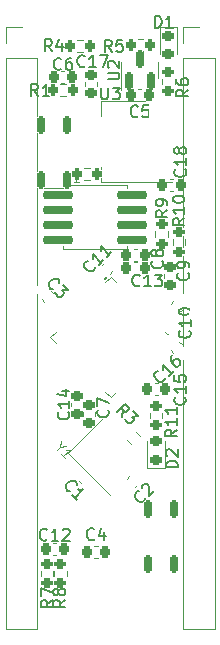
<source format=gto>
G04 #@! TF.GenerationSoftware,KiCad,Pcbnew,7.0.10*
G04 #@! TF.CreationDate,2024-01-20T01:49:08+09:00*
G04 #@! TF.ProjectId,slim,736c696d-2e6b-4696-9361-645f70636258,rev?*
G04 #@! TF.SameCoordinates,Original*
G04 #@! TF.FileFunction,Legend,Top*
G04 #@! TF.FilePolarity,Positive*
%FSLAX46Y46*%
G04 Gerber Fmt 4.6, Leading zero omitted, Abs format (unit mm)*
G04 Created by KiCad (PCBNEW 7.0.10) date 2024-01-20 01:49:08*
%MOMM*%
%LPD*%
G01*
G04 APERTURE LIST*
G04 Aperture macros list*
%AMRoundRect*
0 Rectangle with rounded corners*
0 $1 Rounding radius*
0 $2 $3 $4 $5 $6 $7 $8 $9 X,Y pos of 4 corners*
0 Add a 4 corners polygon primitive as box body*
4,1,4,$2,$3,$4,$5,$6,$7,$8,$9,$2,$3,0*
0 Add four circle primitives for the rounded corners*
1,1,$1+$1,$2,$3*
1,1,$1+$1,$4,$5*
1,1,$1+$1,$6,$7*
1,1,$1+$1,$8,$9*
0 Add four rect primitives between the rounded corners*
20,1,$1+$1,$2,$3,$4,$5,0*
20,1,$1+$1,$4,$5,$6,$7,0*
20,1,$1+$1,$6,$7,$8,$9,0*
20,1,$1+$1,$8,$9,$2,$3,0*%
%AMRotRect*
0 Rectangle, with rotation*
0 The origin of the aperture is its center*
0 $1 length*
0 $2 width*
0 $3 Rotation angle, in degrees counterclockwise*
0 Add horizontal line*
21,1,$1,$2,0,0,$3*%
G04 Aperture macros list end*
%ADD10C,0.150000*%
%ADD11C,0.120000*%
%ADD12C,0.200000*%
%ADD13RoundRect,0.200000X-0.275000X0.200000X-0.275000X-0.200000X0.275000X-0.200000X0.275000X0.200000X0*%
%ADD14O,1.700000X1.700000*%
%ADD15R,1.700000X1.700000*%
%ADD16RoundRect,0.225000X0.250000X-0.225000X0.250000X0.225000X-0.250000X0.225000X-0.250000X-0.225000X0*%
%ADD17RoundRect,0.225000X0.225000X0.250000X-0.225000X0.250000X-0.225000X-0.250000X0.225000X-0.250000X0*%
%ADD18RoundRect,0.225000X-0.250000X0.225000X-0.250000X-0.225000X0.250000X-0.225000X0.250000X0.225000X0*%
%ADD19C,1.524000*%
%ADD20R,1.524000X1.524000*%
%ADD21RoundRect,0.200000X-0.335876X-0.053033X-0.053033X-0.335876X0.335876X0.053033X0.053033X0.335876X0*%
%ADD22RoundRect,0.200000X-0.200000X-0.275000X0.200000X-0.275000X0.200000X0.275000X-0.200000X0.275000X0*%
%ADD23RoundRect,0.225000X-0.335876X-0.017678X-0.017678X-0.335876X0.335876X0.017678X0.017678X0.335876X0*%
%ADD24R,2.000000X1.500000*%
%ADD25R,2.000000X3.800000*%
%ADD26RoundRect,0.162500X0.162500X-0.612500X0.162500X0.612500X-0.162500X0.612500X-0.162500X-0.612500X0*%
%ADD27RotRect,3.200000X3.200000X315.000000*%
%ADD28RoundRect,0.100000X0.000000X0.000000X0.000000X0.000000X0.000000X0.000000X0.000000X0.000000X0*%
%ADD29RoundRect,0.100000X-0.282843X-0.282843X-0.282843X-0.282843X0.282843X0.282843X0.282843X0.282843X0*%
%ADD30RoundRect,0.100000X0.000000X0.000000X0.000000X0.000000X0.000000X0.000000X0.000000X0.000000X0*%
%ADD31RoundRect,0.100000X-0.282843X0.282843X-0.282843X0.282843X0.282843X-0.282843X0.282843X-0.282843X0*%
%ADD32RoundRect,0.100000X0.000000X0.000000X0.000000X0.000000X0.000000X0.000000X0.000000X0.000000X0*%
%ADD33RoundRect,0.100000X0.282843X0.282843X0.282843X0.282843X-0.282843X-0.282843X-0.282843X-0.282843X0*%
%ADD34RoundRect,0.100000X0.000000X0.000000X0.000000X0.000000X0.000000X0.000000X0.000000X0.000000X0*%
%ADD35RoundRect,0.100000X0.282843X-0.282843X0.282843X-0.282843X-0.282843X0.282843X-0.282843X0.282843X0*%
%ADD36RoundRect,0.218750X-0.256250X0.218750X-0.256250X-0.218750X0.256250X-0.218750X0.256250X0.218750X0*%
%ADD37RoundRect,0.200000X0.275000X-0.200000X0.275000X0.200000X-0.275000X0.200000X-0.275000X-0.200000X0*%
%ADD38RoundRect,0.225000X0.335876X0.017678X0.017678X0.335876X-0.335876X-0.017678X-0.017678X-0.335876X0*%
%ADD39RoundRect,0.200000X0.200000X0.275000X-0.200000X0.275000X-0.200000X-0.275000X0.200000X-0.275000X0*%
%ADD40R,0.575000X1.650000*%
%ADD41R,0.300000X1.650000*%
%ADD42O,1.000000X2.200000*%
%ADD43O,1.000000X1.800000*%
%ADD44RoundRect,0.162500X-0.162500X0.612500X-0.162500X-0.612500X0.162500X-0.612500X0.162500X0.612500X0*%
%ADD45RoundRect,0.225000X-0.017678X0.335876X-0.335876X0.017678X0.017678X-0.335876X0.335876X-0.017678X0*%
%ADD46RoundRect,0.225000X0.017678X-0.335876X0.335876X-0.017678X-0.017678X0.335876X-0.335876X0.017678X0*%
%ADD47RoundRect,0.150000X0.150000X-0.587500X0.150000X0.587500X-0.150000X0.587500X-0.150000X-0.587500X0*%
%ADD48RoundRect,0.225000X-0.225000X-0.250000X0.225000X-0.250000X0.225000X0.250000X-0.225000X0.250000X0*%
%ADD49RotRect,1.900000X1.650000X315.000000*%
%ADD50RoundRect,0.218750X0.256250X-0.218750X0.256250X0.218750X-0.256250X0.218750X-0.256250X-0.218750X0*%
%ADD51RoundRect,0.150000X-1.150000X-0.150000X1.150000X-0.150000X1.150000X0.150000X-1.150000X0.150000X0*%
G04 APERTURE END LIST*
D10*
X73692019Y-115897866D02*
X73215828Y-116231199D01*
X73692019Y-116469294D02*
X72692019Y-116469294D01*
X72692019Y-116469294D02*
X72692019Y-116088342D01*
X72692019Y-116088342D02*
X72739638Y-115993104D01*
X72739638Y-115993104D02*
X72787257Y-115945485D01*
X72787257Y-115945485D02*
X72882495Y-115897866D01*
X72882495Y-115897866D02*
X73025352Y-115897866D01*
X73025352Y-115897866D02*
X73120590Y-115945485D01*
X73120590Y-115945485D02*
X73168209Y-115993104D01*
X73168209Y-115993104D02*
X73215828Y-116088342D01*
X73215828Y-116088342D02*
X73215828Y-116469294D01*
X73120590Y-115326437D02*
X73072971Y-115421675D01*
X73072971Y-115421675D02*
X73025352Y-115469294D01*
X73025352Y-115469294D02*
X72930114Y-115516913D01*
X72930114Y-115516913D02*
X72882495Y-115516913D01*
X72882495Y-115516913D02*
X72787257Y-115469294D01*
X72787257Y-115469294D02*
X72739638Y-115421675D01*
X72739638Y-115421675D02*
X72692019Y-115326437D01*
X72692019Y-115326437D02*
X72692019Y-115135961D01*
X72692019Y-115135961D02*
X72739638Y-115040723D01*
X72739638Y-115040723D02*
X72787257Y-114993104D01*
X72787257Y-114993104D02*
X72882495Y-114945485D01*
X72882495Y-114945485D02*
X72930114Y-114945485D01*
X72930114Y-114945485D02*
X73025352Y-114993104D01*
X73025352Y-114993104D02*
X73072971Y-115040723D01*
X73072971Y-115040723D02*
X73120590Y-115135961D01*
X73120590Y-115135961D02*
X73120590Y-115326437D01*
X73120590Y-115326437D02*
X73168209Y-115421675D01*
X73168209Y-115421675D02*
X73215828Y-115469294D01*
X73215828Y-115469294D02*
X73311066Y-115516913D01*
X73311066Y-115516913D02*
X73501542Y-115516913D01*
X73501542Y-115516913D02*
X73596780Y-115469294D01*
X73596780Y-115469294D02*
X73644400Y-115421675D01*
X73644400Y-115421675D02*
X73692019Y-115326437D01*
X73692019Y-115326437D02*
X73692019Y-115135961D01*
X73692019Y-115135961D02*
X73644400Y-115040723D01*
X73644400Y-115040723D02*
X73596780Y-114993104D01*
X73596780Y-114993104D02*
X73501542Y-114945485D01*
X73501542Y-114945485D02*
X73311066Y-114945485D01*
X73311066Y-114945485D02*
X73215828Y-114993104D01*
X73215828Y-114993104D02*
X73168209Y-115040723D01*
X73168209Y-115040723D02*
X73120590Y-115135961D01*
X83794819Y-83582857D02*
X83318628Y-83916190D01*
X83794819Y-84154285D02*
X82794819Y-84154285D01*
X82794819Y-84154285D02*
X82794819Y-83773333D01*
X82794819Y-83773333D02*
X82842438Y-83678095D01*
X82842438Y-83678095D02*
X82890057Y-83630476D01*
X82890057Y-83630476D02*
X82985295Y-83582857D01*
X82985295Y-83582857D02*
X83128152Y-83582857D01*
X83128152Y-83582857D02*
X83223390Y-83630476D01*
X83223390Y-83630476D02*
X83271009Y-83678095D01*
X83271009Y-83678095D02*
X83318628Y-83773333D01*
X83318628Y-83773333D02*
X83318628Y-84154285D01*
X83794819Y-82630476D02*
X83794819Y-83201904D01*
X83794819Y-82916190D02*
X82794819Y-82916190D01*
X82794819Y-82916190D02*
X82937676Y-83011428D01*
X82937676Y-83011428D02*
X83032914Y-83106666D01*
X83032914Y-83106666D02*
X83080533Y-83201904D01*
X82794819Y-82011428D02*
X82794819Y-81916190D01*
X82794819Y-81916190D02*
X82842438Y-81820952D01*
X82842438Y-81820952D02*
X82890057Y-81773333D01*
X82890057Y-81773333D02*
X82985295Y-81725714D01*
X82985295Y-81725714D02*
X83175771Y-81678095D01*
X83175771Y-81678095D02*
X83413866Y-81678095D01*
X83413866Y-81678095D02*
X83604342Y-81725714D01*
X83604342Y-81725714D02*
X83699580Y-81773333D01*
X83699580Y-81773333D02*
X83747200Y-81820952D01*
X83747200Y-81820952D02*
X83794819Y-81916190D01*
X83794819Y-81916190D02*
X83794819Y-82011428D01*
X83794819Y-82011428D02*
X83747200Y-82106666D01*
X83747200Y-82106666D02*
X83699580Y-82154285D01*
X83699580Y-82154285D02*
X83604342Y-82201904D01*
X83604342Y-82201904D02*
X83413866Y-82249523D01*
X83413866Y-82249523D02*
X83175771Y-82249523D01*
X83175771Y-82249523D02*
X82985295Y-82201904D01*
X82985295Y-82201904D02*
X82890057Y-82154285D01*
X82890057Y-82154285D02*
X82842438Y-82106666D01*
X82842438Y-82106666D02*
X82794819Y-82011428D01*
X75347142Y-70689580D02*
X75299523Y-70737200D01*
X75299523Y-70737200D02*
X75156666Y-70784819D01*
X75156666Y-70784819D02*
X75061428Y-70784819D01*
X75061428Y-70784819D02*
X74918571Y-70737200D01*
X74918571Y-70737200D02*
X74823333Y-70641961D01*
X74823333Y-70641961D02*
X74775714Y-70546723D01*
X74775714Y-70546723D02*
X74728095Y-70356247D01*
X74728095Y-70356247D02*
X74728095Y-70213390D01*
X74728095Y-70213390D02*
X74775714Y-70022914D01*
X74775714Y-70022914D02*
X74823333Y-69927676D01*
X74823333Y-69927676D02*
X74918571Y-69832438D01*
X74918571Y-69832438D02*
X75061428Y-69784819D01*
X75061428Y-69784819D02*
X75156666Y-69784819D01*
X75156666Y-69784819D02*
X75299523Y-69832438D01*
X75299523Y-69832438D02*
X75347142Y-69880057D01*
X76299523Y-70784819D02*
X75728095Y-70784819D01*
X76013809Y-70784819D02*
X76013809Y-69784819D01*
X76013809Y-69784819D02*
X75918571Y-69927676D01*
X75918571Y-69927676D02*
X75823333Y-70022914D01*
X75823333Y-70022914D02*
X75728095Y-70070533D01*
X76632857Y-69784819D02*
X77299523Y-69784819D01*
X77299523Y-69784819D02*
X76870952Y-70784819D01*
X79843333Y-74929580D02*
X79795714Y-74977200D01*
X79795714Y-74977200D02*
X79652857Y-75024819D01*
X79652857Y-75024819D02*
X79557619Y-75024819D01*
X79557619Y-75024819D02*
X79414762Y-74977200D01*
X79414762Y-74977200D02*
X79319524Y-74881961D01*
X79319524Y-74881961D02*
X79271905Y-74786723D01*
X79271905Y-74786723D02*
X79224286Y-74596247D01*
X79224286Y-74596247D02*
X79224286Y-74453390D01*
X79224286Y-74453390D02*
X79271905Y-74262914D01*
X79271905Y-74262914D02*
X79319524Y-74167676D01*
X79319524Y-74167676D02*
X79414762Y-74072438D01*
X79414762Y-74072438D02*
X79557619Y-74024819D01*
X79557619Y-74024819D02*
X79652857Y-74024819D01*
X79652857Y-74024819D02*
X79795714Y-74072438D01*
X79795714Y-74072438D02*
X79843333Y-74120057D01*
X80748095Y-74024819D02*
X80271905Y-74024819D01*
X80271905Y-74024819D02*
X80224286Y-74501009D01*
X80224286Y-74501009D02*
X80271905Y-74453390D01*
X80271905Y-74453390D02*
X80367143Y-74405771D01*
X80367143Y-74405771D02*
X80605238Y-74405771D01*
X80605238Y-74405771D02*
X80700476Y-74453390D01*
X80700476Y-74453390D02*
X80748095Y-74501009D01*
X80748095Y-74501009D02*
X80795714Y-74596247D01*
X80795714Y-74596247D02*
X80795714Y-74834342D01*
X80795714Y-74834342D02*
X80748095Y-74929580D01*
X80748095Y-74929580D02*
X80700476Y-74977200D01*
X80700476Y-74977200D02*
X80605238Y-75024819D01*
X80605238Y-75024819D02*
X80367143Y-75024819D01*
X80367143Y-75024819D02*
X80271905Y-74977200D01*
X80271905Y-74977200D02*
X80224286Y-74929580D01*
X83839580Y-79452857D02*
X83887200Y-79500476D01*
X83887200Y-79500476D02*
X83934819Y-79643333D01*
X83934819Y-79643333D02*
X83934819Y-79738571D01*
X83934819Y-79738571D02*
X83887200Y-79881428D01*
X83887200Y-79881428D02*
X83791961Y-79976666D01*
X83791961Y-79976666D02*
X83696723Y-80024285D01*
X83696723Y-80024285D02*
X83506247Y-80071904D01*
X83506247Y-80071904D02*
X83363390Y-80071904D01*
X83363390Y-80071904D02*
X83172914Y-80024285D01*
X83172914Y-80024285D02*
X83077676Y-79976666D01*
X83077676Y-79976666D02*
X82982438Y-79881428D01*
X82982438Y-79881428D02*
X82934819Y-79738571D01*
X82934819Y-79738571D02*
X82934819Y-79643333D01*
X82934819Y-79643333D02*
X82982438Y-79500476D01*
X82982438Y-79500476D02*
X83030057Y-79452857D01*
X83934819Y-78500476D02*
X83934819Y-79071904D01*
X83934819Y-78786190D02*
X82934819Y-78786190D01*
X82934819Y-78786190D02*
X83077676Y-78881428D01*
X83077676Y-78881428D02*
X83172914Y-78976666D01*
X83172914Y-78976666D02*
X83220533Y-79071904D01*
X83363390Y-77929047D02*
X83315771Y-78024285D01*
X83315771Y-78024285D02*
X83268152Y-78071904D01*
X83268152Y-78071904D02*
X83172914Y-78119523D01*
X83172914Y-78119523D02*
X83125295Y-78119523D01*
X83125295Y-78119523D02*
X83030057Y-78071904D01*
X83030057Y-78071904D02*
X82982438Y-78024285D01*
X82982438Y-78024285D02*
X82934819Y-77929047D01*
X82934819Y-77929047D02*
X82934819Y-77738571D01*
X82934819Y-77738571D02*
X82982438Y-77643333D01*
X82982438Y-77643333D02*
X83030057Y-77595714D01*
X83030057Y-77595714D02*
X83125295Y-77548095D01*
X83125295Y-77548095D02*
X83172914Y-77548095D01*
X83172914Y-77548095D02*
X83268152Y-77595714D01*
X83268152Y-77595714D02*
X83315771Y-77643333D01*
X83315771Y-77643333D02*
X83363390Y-77738571D01*
X83363390Y-77738571D02*
X83363390Y-77929047D01*
X83363390Y-77929047D02*
X83411009Y-78024285D01*
X83411009Y-78024285D02*
X83458628Y-78071904D01*
X83458628Y-78071904D02*
X83553866Y-78119523D01*
X83553866Y-78119523D02*
X83744342Y-78119523D01*
X83744342Y-78119523D02*
X83839580Y-78071904D01*
X83839580Y-78071904D02*
X83887200Y-78024285D01*
X83887200Y-78024285D02*
X83934819Y-77929047D01*
X83934819Y-77929047D02*
X83934819Y-77738571D01*
X83934819Y-77738571D02*
X83887200Y-77643333D01*
X83887200Y-77643333D02*
X83839580Y-77595714D01*
X83839580Y-77595714D02*
X83744342Y-77548095D01*
X83744342Y-77548095D02*
X83553866Y-77548095D01*
X83553866Y-77548095D02*
X83458628Y-77595714D01*
X83458628Y-77595714D02*
X83411009Y-77643333D01*
X83411009Y-77643333D02*
X83363390Y-77738571D01*
X77289580Y-99796666D02*
X77337200Y-99844285D01*
X77337200Y-99844285D02*
X77384819Y-99987142D01*
X77384819Y-99987142D02*
X77384819Y-100082380D01*
X77384819Y-100082380D02*
X77337200Y-100225237D01*
X77337200Y-100225237D02*
X77241961Y-100320475D01*
X77241961Y-100320475D02*
X77146723Y-100368094D01*
X77146723Y-100368094D02*
X76956247Y-100415713D01*
X76956247Y-100415713D02*
X76813390Y-100415713D01*
X76813390Y-100415713D02*
X76622914Y-100368094D01*
X76622914Y-100368094D02*
X76527676Y-100320475D01*
X76527676Y-100320475D02*
X76432438Y-100225237D01*
X76432438Y-100225237D02*
X76384819Y-100082380D01*
X76384819Y-100082380D02*
X76384819Y-99987142D01*
X76384819Y-99987142D02*
X76432438Y-99844285D01*
X76432438Y-99844285D02*
X76480057Y-99796666D01*
X76384819Y-99463332D02*
X76384819Y-98796666D01*
X76384819Y-98796666D02*
X77384819Y-99225237D01*
X84104819Y-72686666D02*
X83628628Y-73019999D01*
X84104819Y-73258094D02*
X83104819Y-73258094D01*
X83104819Y-73258094D02*
X83104819Y-72877142D01*
X83104819Y-72877142D02*
X83152438Y-72781904D01*
X83152438Y-72781904D02*
X83200057Y-72734285D01*
X83200057Y-72734285D02*
X83295295Y-72686666D01*
X83295295Y-72686666D02*
X83438152Y-72686666D01*
X83438152Y-72686666D02*
X83533390Y-72734285D01*
X83533390Y-72734285D02*
X83581009Y-72781904D01*
X83581009Y-72781904D02*
X83628628Y-72877142D01*
X83628628Y-72877142D02*
X83628628Y-73258094D01*
X83104819Y-71829523D02*
X83104819Y-72019999D01*
X83104819Y-72019999D02*
X83152438Y-72115237D01*
X83152438Y-72115237D02*
X83200057Y-72162856D01*
X83200057Y-72162856D02*
X83342914Y-72258094D01*
X83342914Y-72258094D02*
X83533390Y-72305713D01*
X83533390Y-72305713D02*
X83914342Y-72305713D01*
X83914342Y-72305713D02*
X84009580Y-72258094D01*
X84009580Y-72258094D02*
X84057200Y-72210475D01*
X84057200Y-72210475D02*
X84104819Y-72115237D01*
X84104819Y-72115237D02*
X84104819Y-71924761D01*
X84104819Y-71924761D02*
X84057200Y-71829523D01*
X84057200Y-71829523D02*
X84009580Y-71781904D01*
X84009580Y-71781904D02*
X83914342Y-71734285D01*
X83914342Y-71734285D02*
X83676247Y-71734285D01*
X83676247Y-71734285D02*
X83581009Y-71781904D01*
X83581009Y-71781904D02*
X83533390Y-71829523D01*
X83533390Y-71829523D02*
X83485771Y-71924761D01*
X83485771Y-71924761D02*
X83485771Y-72115237D01*
X83485771Y-72115237D02*
X83533390Y-72210475D01*
X83533390Y-72210475D02*
X83581009Y-72258094D01*
X83581009Y-72258094D02*
X83676247Y-72305713D01*
X78470544Y-100383754D02*
X78571559Y-99811335D01*
X78066483Y-99979693D02*
X78773590Y-99272587D01*
X78773590Y-99272587D02*
X79042964Y-99541961D01*
X79042964Y-99541961D02*
X79076636Y-99642976D01*
X79076636Y-99642976D02*
X79076636Y-99710319D01*
X79076636Y-99710319D02*
X79042964Y-99811335D01*
X79042964Y-99811335D02*
X78941949Y-99912350D01*
X78941949Y-99912350D02*
X78840933Y-99946022D01*
X78840933Y-99946022D02*
X78773590Y-99946022D01*
X78773590Y-99946022D02*
X78672575Y-99912350D01*
X78672575Y-99912350D02*
X78403201Y-99642976D01*
X79413353Y-99912350D02*
X79851086Y-100350083D01*
X79851086Y-100350083D02*
X79346010Y-100383754D01*
X79346010Y-100383754D02*
X79447025Y-100484770D01*
X79447025Y-100484770D02*
X79480697Y-100585785D01*
X79480697Y-100585785D02*
X79480697Y-100653128D01*
X79480697Y-100653128D02*
X79447025Y-100754144D01*
X79447025Y-100754144D02*
X79278666Y-100922502D01*
X79278666Y-100922502D02*
X79177651Y-100956174D01*
X79177651Y-100956174D02*
X79110307Y-100956174D01*
X79110307Y-100956174D02*
X79009292Y-100922502D01*
X79009292Y-100922502D02*
X78807262Y-100720472D01*
X78807262Y-100720472D02*
X78773590Y-100619457D01*
X78773590Y-100619457D02*
X78773590Y-100552113D01*
X77633333Y-69484819D02*
X77300000Y-69008628D01*
X77061905Y-69484819D02*
X77061905Y-68484819D01*
X77061905Y-68484819D02*
X77442857Y-68484819D01*
X77442857Y-68484819D02*
X77538095Y-68532438D01*
X77538095Y-68532438D02*
X77585714Y-68580057D01*
X77585714Y-68580057D02*
X77633333Y-68675295D01*
X77633333Y-68675295D02*
X77633333Y-68818152D01*
X77633333Y-68818152D02*
X77585714Y-68913390D01*
X77585714Y-68913390D02*
X77538095Y-68961009D01*
X77538095Y-68961009D02*
X77442857Y-69008628D01*
X77442857Y-69008628D02*
X77061905Y-69008628D01*
X78538095Y-68484819D02*
X78061905Y-68484819D01*
X78061905Y-68484819D02*
X78014286Y-68961009D01*
X78014286Y-68961009D02*
X78061905Y-68913390D01*
X78061905Y-68913390D02*
X78157143Y-68865771D01*
X78157143Y-68865771D02*
X78395238Y-68865771D01*
X78395238Y-68865771D02*
X78490476Y-68913390D01*
X78490476Y-68913390D02*
X78538095Y-68961009D01*
X78538095Y-68961009D02*
X78585714Y-69056247D01*
X78585714Y-69056247D02*
X78585714Y-69294342D01*
X78585714Y-69294342D02*
X78538095Y-69389580D01*
X78538095Y-69389580D02*
X78490476Y-69437200D01*
X78490476Y-69437200D02*
X78395238Y-69484819D01*
X78395238Y-69484819D02*
X78157143Y-69484819D01*
X78157143Y-69484819D02*
X78061905Y-69437200D01*
X78061905Y-69437200D02*
X78014286Y-69389580D01*
X72155142Y-110770180D02*
X72107523Y-110817800D01*
X72107523Y-110817800D02*
X71964666Y-110865419D01*
X71964666Y-110865419D02*
X71869428Y-110865419D01*
X71869428Y-110865419D02*
X71726571Y-110817800D01*
X71726571Y-110817800D02*
X71631333Y-110722561D01*
X71631333Y-110722561D02*
X71583714Y-110627323D01*
X71583714Y-110627323D02*
X71536095Y-110436847D01*
X71536095Y-110436847D02*
X71536095Y-110293990D01*
X71536095Y-110293990D02*
X71583714Y-110103514D01*
X71583714Y-110103514D02*
X71631333Y-110008276D01*
X71631333Y-110008276D02*
X71726571Y-109913038D01*
X71726571Y-109913038D02*
X71869428Y-109865419D01*
X71869428Y-109865419D02*
X71964666Y-109865419D01*
X71964666Y-109865419D02*
X72107523Y-109913038D01*
X72107523Y-109913038D02*
X72155142Y-109960657D01*
X73107523Y-110865419D02*
X72536095Y-110865419D01*
X72821809Y-110865419D02*
X72821809Y-109865419D01*
X72821809Y-109865419D02*
X72726571Y-110008276D01*
X72726571Y-110008276D02*
X72631333Y-110103514D01*
X72631333Y-110103514D02*
X72536095Y-110151133D01*
X73488476Y-109960657D02*
X73536095Y-109913038D01*
X73536095Y-109913038D02*
X73631333Y-109865419D01*
X73631333Y-109865419D02*
X73869428Y-109865419D01*
X73869428Y-109865419D02*
X73964666Y-109913038D01*
X73964666Y-109913038D02*
X74012285Y-109960657D01*
X74012285Y-109960657D02*
X74059904Y-110055895D01*
X74059904Y-110055895D02*
X74059904Y-110151133D01*
X74059904Y-110151133D02*
X74012285Y-110293990D01*
X74012285Y-110293990D02*
X73440857Y-110865419D01*
X73440857Y-110865419D02*
X74059904Y-110865419D01*
X82139693Y-97108830D02*
X82139693Y-97176174D01*
X82139693Y-97176174D02*
X82072349Y-97310861D01*
X82072349Y-97310861D02*
X82005006Y-97378204D01*
X82005006Y-97378204D02*
X81870319Y-97445548D01*
X81870319Y-97445548D02*
X81735632Y-97445548D01*
X81735632Y-97445548D02*
X81634617Y-97411876D01*
X81634617Y-97411876D02*
X81466258Y-97310861D01*
X81466258Y-97310861D02*
X81365243Y-97209846D01*
X81365243Y-97209846D02*
X81264227Y-97041487D01*
X81264227Y-97041487D02*
X81230556Y-96940472D01*
X81230556Y-96940472D02*
X81230556Y-96805785D01*
X81230556Y-96805785D02*
X81297899Y-96671098D01*
X81297899Y-96671098D02*
X81365243Y-96603754D01*
X81365243Y-96603754D02*
X81499930Y-96536411D01*
X81499930Y-96536411D02*
X81567273Y-96536411D01*
X82880471Y-96502739D02*
X82476410Y-96906800D01*
X82678441Y-96704769D02*
X81971334Y-95997663D01*
X81971334Y-95997663D02*
X82005006Y-96166021D01*
X82005006Y-96166021D02*
X82005006Y-96300708D01*
X82005006Y-96300708D02*
X81971334Y-96401724D01*
X82779456Y-95189540D02*
X82644769Y-95324227D01*
X82644769Y-95324227D02*
X82611098Y-95425243D01*
X82611098Y-95425243D02*
X82611098Y-95492586D01*
X82611098Y-95492586D02*
X82644769Y-95660945D01*
X82644769Y-95660945D02*
X82745785Y-95829304D01*
X82745785Y-95829304D02*
X83015159Y-96098678D01*
X83015159Y-96098678D02*
X83116174Y-96132349D01*
X83116174Y-96132349D02*
X83183517Y-96132349D01*
X83183517Y-96132349D02*
X83284533Y-96098678D01*
X83284533Y-96098678D02*
X83419220Y-95963991D01*
X83419220Y-95963991D02*
X83452891Y-95862975D01*
X83452891Y-95862975D02*
X83452891Y-95795632D01*
X83452891Y-95795632D02*
X83419220Y-95694617D01*
X83419220Y-95694617D02*
X83250861Y-95526258D01*
X83250861Y-95526258D02*
X83149846Y-95492586D01*
X83149846Y-95492586D02*
X83082502Y-95492586D01*
X83082502Y-95492586D02*
X82981487Y-95526258D01*
X82981487Y-95526258D02*
X82846800Y-95660945D01*
X82846800Y-95660945D02*
X82813128Y-95761960D01*
X82813128Y-95761960D02*
X82813128Y-95829304D01*
X82813128Y-95829304D02*
X82846800Y-95930319D01*
X73959580Y-99992857D02*
X74007200Y-100040476D01*
X74007200Y-100040476D02*
X74054819Y-100183333D01*
X74054819Y-100183333D02*
X74054819Y-100278571D01*
X74054819Y-100278571D02*
X74007200Y-100421428D01*
X74007200Y-100421428D02*
X73911961Y-100516666D01*
X73911961Y-100516666D02*
X73816723Y-100564285D01*
X73816723Y-100564285D02*
X73626247Y-100611904D01*
X73626247Y-100611904D02*
X73483390Y-100611904D01*
X73483390Y-100611904D02*
X73292914Y-100564285D01*
X73292914Y-100564285D02*
X73197676Y-100516666D01*
X73197676Y-100516666D02*
X73102438Y-100421428D01*
X73102438Y-100421428D02*
X73054819Y-100278571D01*
X73054819Y-100278571D02*
X73054819Y-100183333D01*
X73054819Y-100183333D02*
X73102438Y-100040476D01*
X73102438Y-100040476D02*
X73150057Y-99992857D01*
X74054819Y-99040476D02*
X74054819Y-99611904D01*
X74054819Y-99326190D02*
X73054819Y-99326190D01*
X73054819Y-99326190D02*
X73197676Y-99421428D01*
X73197676Y-99421428D02*
X73292914Y-99516666D01*
X73292914Y-99516666D02*
X73340533Y-99611904D01*
X73388152Y-98183333D02*
X74054819Y-98183333D01*
X73007200Y-98421428D02*
X73721485Y-98659523D01*
X73721485Y-98659523D02*
X73721485Y-98040476D01*
X76748095Y-72514819D02*
X76748095Y-73324342D01*
X76748095Y-73324342D02*
X76795714Y-73419580D01*
X76795714Y-73419580D02*
X76843333Y-73467200D01*
X76843333Y-73467200D02*
X76938571Y-73514819D01*
X76938571Y-73514819D02*
X77129047Y-73514819D01*
X77129047Y-73514819D02*
X77224285Y-73467200D01*
X77224285Y-73467200D02*
X77271904Y-73419580D01*
X77271904Y-73419580D02*
X77319523Y-73324342D01*
X77319523Y-73324342D02*
X77319523Y-72514819D01*
X77700476Y-72514819D02*
X78319523Y-72514819D01*
X78319523Y-72514819D02*
X77986190Y-72895771D01*
X77986190Y-72895771D02*
X78129047Y-72895771D01*
X78129047Y-72895771D02*
X78224285Y-72943390D01*
X78224285Y-72943390D02*
X78271904Y-72991009D01*
X78271904Y-72991009D02*
X78319523Y-73086247D01*
X78319523Y-73086247D02*
X78319523Y-73324342D01*
X78319523Y-73324342D02*
X78271904Y-73419580D01*
X78271904Y-73419580D02*
X78224285Y-73467200D01*
X78224285Y-73467200D02*
X78129047Y-73514819D01*
X78129047Y-73514819D02*
X77843333Y-73514819D01*
X77843333Y-73514819D02*
X77748095Y-73467200D01*
X77748095Y-73467200D02*
X77700476Y-73419580D01*
X83154819Y-101472857D02*
X82678628Y-101806190D01*
X83154819Y-102044285D02*
X82154819Y-102044285D01*
X82154819Y-102044285D02*
X82154819Y-101663333D01*
X82154819Y-101663333D02*
X82202438Y-101568095D01*
X82202438Y-101568095D02*
X82250057Y-101520476D01*
X82250057Y-101520476D02*
X82345295Y-101472857D01*
X82345295Y-101472857D02*
X82488152Y-101472857D01*
X82488152Y-101472857D02*
X82583390Y-101520476D01*
X82583390Y-101520476D02*
X82631009Y-101568095D01*
X82631009Y-101568095D02*
X82678628Y-101663333D01*
X82678628Y-101663333D02*
X82678628Y-102044285D01*
X83154819Y-100520476D02*
X83154819Y-101091904D01*
X83154819Y-100806190D02*
X82154819Y-100806190D01*
X82154819Y-100806190D02*
X82297676Y-100901428D01*
X82297676Y-100901428D02*
X82392914Y-100996666D01*
X82392914Y-100996666D02*
X82440533Y-101091904D01*
X83154819Y-99568095D02*
X83154819Y-100139523D01*
X83154819Y-99853809D02*
X82154819Y-99853809D01*
X82154819Y-99853809D02*
X82297676Y-99949047D01*
X82297676Y-99949047D02*
X82392914Y-100044285D01*
X82392914Y-100044285D02*
X82440533Y-100139523D01*
X82344819Y-82906666D02*
X81868628Y-83239999D01*
X82344819Y-83478094D02*
X81344819Y-83478094D01*
X81344819Y-83478094D02*
X81344819Y-83097142D01*
X81344819Y-83097142D02*
X81392438Y-83001904D01*
X81392438Y-83001904D02*
X81440057Y-82954285D01*
X81440057Y-82954285D02*
X81535295Y-82906666D01*
X81535295Y-82906666D02*
X81678152Y-82906666D01*
X81678152Y-82906666D02*
X81773390Y-82954285D01*
X81773390Y-82954285D02*
X81821009Y-83001904D01*
X81821009Y-83001904D02*
X81868628Y-83097142D01*
X81868628Y-83097142D02*
X81868628Y-83478094D01*
X82344819Y-82430475D02*
X82344819Y-82239999D01*
X82344819Y-82239999D02*
X82297200Y-82144761D01*
X82297200Y-82144761D02*
X82249580Y-82097142D01*
X82249580Y-82097142D02*
X82106723Y-82001904D01*
X82106723Y-82001904D02*
X81916247Y-81954285D01*
X81916247Y-81954285D02*
X81535295Y-81954285D01*
X81535295Y-81954285D02*
X81440057Y-82001904D01*
X81440057Y-82001904D02*
X81392438Y-82049523D01*
X81392438Y-82049523D02*
X81344819Y-82144761D01*
X81344819Y-82144761D02*
X81344819Y-82335237D01*
X81344819Y-82335237D02*
X81392438Y-82430475D01*
X81392438Y-82430475D02*
X81440057Y-82478094D01*
X81440057Y-82478094D02*
X81535295Y-82525713D01*
X81535295Y-82525713D02*
X81773390Y-82525713D01*
X81773390Y-82525713D02*
X81868628Y-82478094D01*
X81868628Y-82478094D02*
X81916247Y-82430475D01*
X81916247Y-82430475D02*
X81963866Y-82335237D01*
X81963866Y-82335237D02*
X81963866Y-82144761D01*
X81963866Y-82144761D02*
X81916247Y-82049523D01*
X81916247Y-82049523D02*
X81868628Y-82001904D01*
X81868628Y-82001904D02*
X81773390Y-81954285D01*
X81281905Y-67434819D02*
X81281905Y-66434819D01*
X81281905Y-66434819D02*
X81520000Y-66434819D01*
X81520000Y-66434819D02*
X81662857Y-66482438D01*
X81662857Y-66482438D02*
X81758095Y-66577676D01*
X81758095Y-66577676D02*
X81805714Y-66672914D01*
X81805714Y-66672914D02*
X81853333Y-66863390D01*
X81853333Y-66863390D02*
X81853333Y-67006247D01*
X81853333Y-67006247D02*
X81805714Y-67196723D01*
X81805714Y-67196723D02*
X81758095Y-67291961D01*
X81758095Y-67291961D02*
X81662857Y-67387200D01*
X81662857Y-67387200D02*
X81520000Y-67434819D01*
X81520000Y-67434819D02*
X81281905Y-67434819D01*
X82805714Y-67434819D02*
X82234286Y-67434819D01*
X82520000Y-67434819D02*
X82520000Y-66434819D01*
X82520000Y-66434819D02*
X82424762Y-66577676D01*
X82424762Y-66577676D02*
X82329524Y-66672914D01*
X82329524Y-66672914D02*
X82234286Y-66720533D01*
X72625219Y-115897866D02*
X72149028Y-116231199D01*
X72625219Y-116469294D02*
X71625219Y-116469294D01*
X71625219Y-116469294D02*
X71625219Y-116088342D01*
X71625219Y-116088342D02*
X71672838Y-115993104D01*
X71672838Y-115993104D02*
X71720457Y-115945485D01*
X71720457Y-115945485D02*
X71815695Y-115897866D01*
X71815695Y-115897866D02*
X71958552Y-115897866D01*
X71958552Y-115897866D02*
X72053790Y-115945485D01*
X72053790Y-115945485D02*
X72101409Y-115993104D01*
X72101409Y-115993104D02*
X72149028Y-116088342D01*
X72149028Y-116088342D02*
X72149028Y-116469294D01*
X71625219Y-115564532D02*
X71625219Y-114897866D01*
X71625219Y-114897866D02*
X72625219Y-115326437D01*
X72637887Y-89606411D02*
X72570543Y-89606411D01*
X72570543Y-89606411D02*
X72435856Y-89539067D01*
X72435856Y-89539067D02*
X72368513Y-89471724D01*
X72368513Y-89471724D02*
X72301169Y-89337037D01*
X72301169Y-89337037D02*
X72301169Y-89202350D01*
X72301169Y-89202350D02*
X72334841Y-89101335D01*
X72334841Y-89101335D02*
X72435856Y-88932976D01*
X72435856Y-88932976D02*
X72536871Y-88831961D01*
X72536871Y-88831961D02*
X72705230Y-88730945D01*
X72705230Y-88730945D02*
X72806245Y-88697274D01*
X72806245Y-88697274D02*
X72940932Y-88697274D01*
X72940932Y-88697274D02*
X73075619Y-88764617D01*
X73075619Y-88764617D02*
X73142963Y-88831961D01*
X73142963Y-88831961D02*
X73210306Y-88966648D01*
X73210306Y-88966648D02*
X73210306Y-89033991D01*
X73513352Y-89202350D02*
X73951085Y-89640083D01*
X73951085Y-89640083D02*
X73446009Y-89673754D01*
X73446009Y-89673754D02*
X73547024Y-89774770D01*
X73547024Y-89774770D02*
X73580696Y-89875785D01*
X73580696Y-89875785D02*
X73580696Y-89943128D01*
X73580696Y-89943128D02*
X73547024Y-90044144D01*
X73547024Y-90044144D02*
X73378665Y-90212502D01*
X73378665Y-90212502D02*
X73277650Y-90246174D01*
X73277650Y-90246174D02*
X73210306Y-90246174D01*
X73210306Y-90246174D02*
X73109291Y-90212502D01*
X73109291Y-90212502D02*
X72907261Y-90010472D01*
X72907261Y-90010472D02*
X72873589Y-89909457D01*
X72873589Y-89909457D02*
X72873589Y-89842113D01*
X75383333Y-78844819D02*
X75050000Y-78368628D01*
X74811905Y-78844819D02*
X74811905Y-77844819D01*
X74811905Y-77844819D02*
X75192857Y-77844819D01*
X75192857Y-77844819D02*
X75288095Y-77892438D01*
X75288095Y-77892438D02*
X75335714Y-77940057D01*
X75335714Y-77940057D02*
X75383333Y-78035295D01*
X75383333Y-78035295D02*
X75383333Y-78178152D01*
X75383333Y-78178152D02*
X75335714Y-78273390D01*
X75335714Y-78273390D02*
X75288095Y-78321009D01*
X75288095Y-78321009D02*
X75192857Y-78368628D01*
X75192857Y-78368628D02*
X74811905Y-78368628D01*
X75764286Y-77940057D02*
X75811905Y-77892438D01*
X75811905Y-77892438D02*
X75907143Y-77844819D01*
X75907143Y-77844819D02*
X76145238Y-77844819D01*
X76145238Y-77844819D02*
X76240476Y-77892438D01*
X76240476Y-77892438D02*
X76288095Y-77940057D01*
X76288095Y-77940057D02*
X76335714Y-78035295D01*
X76335714Y-78035295D02*
X76335714Y-78130533D01*
X76335714Y-78130533D02*
X76288095Y-78273390D01*
X76288095Y-78273390D02*
X75716667Y-78844819D01*
X75716667Y-78844819D02*
X76335714Y-78844819D01*
X84089580Y-88196666D02*
X84137200Y-88244285D01*
X84137200Y-88244285D02*
X84184819Y-88387142D01*
X84184819Y-88387142D02*
X84184819Y-88482380D01*
X84184819Y-88482380D02*
X84137200Y-88625237D01*
X84137200Y-88625237D02*
X84041961Y-88720475D01*
X84041961Y-88720475D02*
X83946723Y-88768094D01*
X83946723Y-88768094D02*
X83756247Y-88815713D01*
X83756247Y-88815713D02*
X83613390Y-88815713D01*
X83613390Y-88815713D02*
X83422914Y-88768094D01*
X83422914Y-88768094D02*
X83327676Y-88720475D01*
X83327676Y-88720475D02*
X83232438Y-88625237D01*
X83232438Y-88625237D02*
X83184819Y-88482380D01*
X83184819Y-88482380D02*
X83184819Y-88387142D01*
X83184819Y-88387142D02*
X83232438Y-88244285D01*
X83232438Y-88244285D02*
X83280057Y-88196666D01*
X84184819Y-87720475D02*
X84184819Y-87529999D01*
X84184819Y-87529999D02*
X84137200Y-87434761D01*
X84137200Y-87434761D02*
X84089580Y-87387142D01*
X84089580Y-87387142D02*
X83946723Y-87291904D01*
X83946723Y-87291904D02*
X83756247Y-87244285D01*
X83756247Y-87244285D02*
X83375295Y-87244285D01*
X83375295Y-87244285D02*
X83280057Y-87291904D01*
X83280057Y-87291904D02*
X83232438Y-87339523D01*
X83232438Y-87339523D02*
X83184819Y-87434761D01*
X83184819Y-87434761D02*
X83184819Y-87625237D01*
X83184819Y-87625237D02*
X83232438Y-87720475D01*
X83232438Y-87720475D02*
X83280057Y-87768094D01*
X83280057Y-87768094D02*
X83375295Y-87815713D01*
X83375295Y-87815713D02*
X83613390Y-87815713D01*
X83613390Y-87815713D02*
X83708628Y-87768094D01*
X83708628Y-87768094D02*
X83756247Y-87720475D01*
X83756247Y-87720475D02*
X83803866Y-87625237D01*
X83803866Y-87625237D02*
X83803866Y-87434761D01*
X83803866Y-87434761D02*
X83756247Y-87339523D01*
X83756247Y-87339523D02*
X83708628Y-87291904D01*
X83708628Y-87291904D02*
X83613390Y-87244285D01*
X72563333Y-69444819D02*
X72230000Y-68968628D01*
X71991905Y-69444819D02*
X71991905Y-68444819D01*
X71991905Y-68444819D02*
X72372857Y-68444819D01*
X72372857Y-68444819D02*
X72468095Y-68492438D01*
X72468095Y-68492438D02*
X72515714Y-68540057D01*
X72515714Y-68540057D02*
X72563333Y-68635295D01*
X72563333Y-68635295D02*
X72563333Y-68778152D01*
X72563333Y-68778152D02*
X72515714Y-68873390D01*
X72515714Y-68873390D02*
X72468095Y-68921009D01*
X72468095Y-68921009D02*
X72372857Y-68968628D01*
X72372857Y-68968628D02*
X71991905Y-68968628D01*
X73420476Y-68778152D02*
X73420476Y-69444819D01*
X73182381Y-68397200D02*
X72944286Y-69111485D01*
X72944286Y-69111485D02*
X73563333Y-69111485D01*
X80492835Y-107278537D02*
X80492835Y-107345881D01*
X80492835Y-107345881D02*
X80425491Y-107480568D01*
X80425491Y-107480568D02*
X80358148Y-107547911D01*
X80358148Y-107547911D02*
X80223461Y-107615255D01*
X80223461Y-107615255D02*
X80088774Y-107615255D01*
X80088774Y-107615255D02*
X79987759Y-107581583D01*
X79987759Y-107581583D02*
X79819400Y-107480568D01*
X79819400Y-107480568D02*
X79718385Y-107379553D01*
X79718385Y-107379553D02*
X79617369Y-107211194D01*
X79617369Y-107211194D02*
X79583698Y-107110179D01*
X79583698Y-107110179D02*
X79583698Y-106975492D01*
X79583698Y-106975492D02*
X79651041Y-106840805D01*
X79651041Y-106840805D02*
X79718385Y-106773461D01*
X79718385Y-106773461D02*
X79853072Y-106706118D01*
X79853072Y-106706118D02*
X79920415Y-106706118D01*
X80189789Y-106436744D02*
X80189789Y-106369400D01*
X80189789Y-106369400D02*
X80223461Y-106268385D01*
X80223461Y-106268385D02*
X80391820Y-106100026D01*
X80391820Y-106100026D02*
X80492835Y-106066354D01*
X80492835Y-106066354D02*
X80560178Y-106066354D01*
X80560178Y-106066354D02*
X80661194Y-106100026D01*
X80661194Y-106100026D02*
X80728537Y-106167370D01*
X80728537Y-106167370D02*
X80795881Y-106302057D01*
X80795881Y-106302057D02*
X80795881Y-107110179D01*
X80795881Y-107110179D02*
X81233613Y-106672446D01*
X73356617Y-70914778D02*
X73308998Y-70962398D01*
X73308998Y-70962398D02*
X73166141Y-71010017D01*
X73166141Y-71010017D02*
X73070903Y-71010017D01*
X73070903Y-71010017D02*
X72928046Y-70962398D01*
X72928046Y-70962398D02*
X72832808Y-70867159D01*
X72832808Y-70867159D02*
X72785189Y-70771921D01*
X72785189Y-70771921D02*
X72737570Y-70581445D01*
X72737570Y-70581445D02*
X72737570Y-70438588D01*
X72737570Y-70438588D02*
X72785189Y-70248112D01*
X72785189Y-70248112D02*
X72832808Y-70152874D01*
X72832808Y-70152874D02*
X72928046Y-70057636D01*
X72928046Y-70057636D02*
X73070903Y-70010017D01*
X73070903Y-70010017D02*
X73166141Y-70010017D01*
X73166141Y-70010017D02*
X73308998Y-70057636D01*
X73308998Y-70057636D02*
X73356617Y-70105255D01*
X74213760Y-70010017D02*
X74023284Y-70010017D01*
X74023284Y-70010017D02*
X73928046Y-70057636D01*
X73928046Y-70057636D02*
X73880427Y-70105255D01*
X73880427Y-70105255D02*
X73785189Y-70248112D01*
X73785189Y-70248112D02*
X73737570Y-70438588D01*
X73737570Y-70438588D02*
X73737570Y-70819540D01*
X73737570Y-70819540D02*
X73785189Y-70914778D01*
X73785189Y-70914778D02*
X73832808Y-70962398D01*
X73832808Y-70962398D02*
X73928046Y-71010017D01*
X73928046Y-71010017D02*
X74118522Y-71010017D01*
X74118522Y-71010017D02*
X74213760Y-70962398D01*
X74213760Y-70962398D02*
X74261379Y-70914778D01*
X74261379Y-70914778D02*
X74308998Y-70819540D01*
X74308998Y-70819540D02*
X74308998Y-70581445D01*
X74308998Y-70581445D02*
X74261379Y-70486207D01*
X74261379Y-70486207D02*
X74213760Y-70438588D01*
X74213760Y-70438588D02*
X74118522Y-70390969D01*
X74118522Y-70390969D02*
X73928046Y-70390969D01*
X73928046Y-70390969D02*
X73832808Y-70438588D01*
X73832808Y-70438588D02*
X73785189Y-70486207D01*
X73785189Y-70486207D02*
X73737570Y-70581445D01*
X84209581Y-93092857D02*
X84257201Y-93140476D01*
X84257201Y-93140476D02*
X84304820Y-93283333D01*
X84304820Y-93283333D02*
X84304820Y-93378571D01*
X84304820Y-93378571D02*
X84257201Y-93521428D01*
X84257201Y-93521428D02*
X84161962Y-93616666D01*
X84161962Y-93616666D02*
X84066724Y-93664285D01*
X84066724Y-93664285D02*
X83876248Y-93711904D01*
X83876248Y-93711904D02*
X83733391Y-93711904D01*
X83733391Y-93711904D02*
X83542915Y-93664285D01*
X83542915Y-93664285D02*
X83447677Y-93616666D01*
X83447677Y-93616666D02*
X83352439Y-93521428D01*
X83352439Y-93521428D02*
X83304820Y-93378571D01*
X83304820Y-93378571D02*
X83304820Y-93283333D01*
X83304820Y-93283333D02*
X83352439Y-93140476D01*
X83352439Y-93140476D02*
X83400058Y-93092857D01*
X84304820Y-92140476D02*
X84304820Y-92711904D01*
X84304820Y-92426190D02*
X83304820Y-92426190D01*
X83304820Y-92426190D02*
X83447677Y-92521428D01*
X83447677Y-92521428D02*
X83542915Y-92616666D01*
X83542915Y-92616666D02*
X83590534Y-92711904D01*
X83304820Y-91521428D02*
X83304820Y-91426190D01*
X83304820Y-91426190D02*
X83352439Y-91330952D01*
X83352439Y-91330952D02*
X83400058Y-91283333D01*
X83400058Y-91283333D02*
X83495296Y-91235714D01*
X83495296Y-91235714D02*
X83685772Y-91188095D01*
X83685772Y-91188095D02*
X83923867Y-91188095D01*
X83923867Y-91188095D02*
X84114343Y-91235714D01*
X84114343Y-91235714D02*
X84209581Y-91283333D01*
X84209581Y-91283333D02*
X84257201Y-91330952D01*
X84257201Y-91330952D02*
X84304820Y-91426190D01*
X84304820Y-91426190D02*
X84304820Y-91521428D01*
X84304820Y-91521428D02*
X84257201Y-91616666D01*
X84257201Y-91616666D02*
X84209581Y-91664285D01*
X84209581Y-91664285D02*
X84114343Y-91711904D01*
X84114343Y-91711904D02*
X83923867Y-91759523D01*
X83923867Y-91759523D02*
X83685772Y-91759523D01*
X83685772Y-91759523D02*
X83495296Y-91711904D01*
X83495296Y-91711904D02*
X83400058Y-91664285D01*
X83400058Y-91664285D02*
X83352439Y-91616666D01*
X83352439Y-91616666D02*
X83304820Y-91521428D01*
X77284819Y-71821904D02*
X78094342Y-71821904D01*
X78094342Y-71821904D02*
X78189580Y-71774285D01*
X78189580Y-71774285D02*
X78237200Y-71726666D01*
X78237200Y-71726666D02*
X78284819Y-71631428D01*
X78284819Y-71631428D02*
X78284819Y-71440952D01*
X78284819Y-71440952D02*
X78237200Y-71345714D01*
X78237200Y-71345714D02*
X78189580Y-71298095D01*
X78189580Y-71298095D02*
X78094342Y-71250476D01*
X78094342Y-71250476D02*
X77284819Y-71250476D01*
X77380057Y-70821904D02*
X77332438Y-70774285D01*
X77332438Y-70774285D02*
X77284819Y-70679047D01*
X77284819Y-70679047D02*
X77284819Y-70440952D01*
X77284819Y-70440952D02*
X77332438Y-70345714D01*
X77332438Y-70345714D02*
X77380057Y-70298095D01*
X77380057Y-70298095D02*
X77475295Y-70250476D01*
X77475295Y-70250476D02*
X77570533Y-70250476D01*
X77570533Y-70250476D02*
X77713390Y-70298095D01*
X77713390Y-70298095D02*
X78284819Y-70869523D01*
X78284819Y-70869523D02*
X78284819Y-70250476D01*
X83829580Y-98742857D02*
X83877200Y-98790476D01*
X83877200Y-98790476D02*
X83924819Y-98933333D01*
X83924819Y-98933333D02*
X83924819Y-99028571D01*
X83924819Y-99028571D02*
X83877200Y-99171428D01*
X83877200Y-99171428D02*
X83781961Y-99266666D01*
X83781961Y-99266666D02*
X83686723Y-99314285D01*
X83686723Y-99314285D02*
X83496247Y-99361904D01*
X83496247Y-99361904D02*
X83353390Y-99361904D01*
X83353390Y-99361904D02*
X83162914Y-99314285D01*
X83162914Y-99314285D02*
X83067676Y-99266666D01*
X83067676Y-99266666D02*
X82972438Y-99171428D01*
X82972438Y-99171428D02*
X82924819Y-99028571D01*
X82924819Y-99028571D02*
X82924819Y-98933333D01*
X82924819Y-98933333D02*
X82972438Y-98790476D01*
X82972438Y-98790476D02*
X83020057Y-98742857D01*
X83924819Y-97790476D02*
X83924819Y-98361904D01*
X83924819Y-98076190D02*
X82924819Y-98076190D01*
X82924819Y-98076190D02*
X83067676Y-98171428D01*
X83067676Y-98171428D02*
X83162914Y-98266666D01*
X83162914Y-98266666D02*
X83210533Y-98361904D01*
X82924819Y-96885714D02*
X82924819Y-97361904D01*
X82924819Y-97361904D02*
X83401009Y-97409523D01*
X83401009Y-97409523D02*
X83353390Y-97361904D01*
X83353390Y-97361904D02*
X83305771Y-97266666D01*
X83305771Y-97266666D02*
X83305771Y-97028571D01*
X83305771Y-97028571D02*
X83353390Y-96933333D01*
X83353390Y-96933333D02*
X83401009Y-96885714D01*
X83401009Y-96885714D02*
X83496247Y-96838095D01*
X83496247Y-96838095D02*
X83734342Y-96838095D01*
X83734342Y-96838095D02*
X83829580Y-96885714D01*
X83829580Y-96885714D02*
X83877200Y-96933333D01*
X83877200Y-96933333D02*
X83924819Y-97028571D01*
X83924819Y-97028571D02*
X83924819Y-97266666D01*
X83924819Y-97266666D02*
X83877200Y-97361904D01*
X83877200Y-97361904D02*
X83829580Y-97409523D01*
D11*
X73252716Y-102948536D02*
X72983342Y-103217910D01*
X73360466Y-102463663D02*
X73252716Y-102948536D01*
X73252716Y-102948536D02*
X73737590Y-102840787D01*
X73656777Y-103891345D02*
X73333528Y-103568096D01*
X73495153Y-103729721D02*
X74060838Y-103164035D01*
X74060838Y-103164035D02*
X73926151Y-103190973D01*
X73926151Y-103190973D02*
X73818402Y-103190973D01*
X73818402Y-103190973D02*
X73737589Y-103164035D01*
D10*
X71393333Y-73234819D02*
X71060000Y-72758628D01*
X70821905Y-73234819D02*
X70821905Y-72234819D01*
X70821905Y-72234819D02*
X71202857Y-72234819D01*
X71202857Y-72234819D02*
X71298095Y-72282438D01*
X71298095Y-72282438D02*
X71345714Y-72330057D01*
X71345714Y-72330057D02*
X71393333Y-72425295D01*
X71393333Y-72425295D02*
X71393333Y-72568152D01*
X71393333Y-72568152D02*
X71345714Y-72663390D01*
X71345714Y-72663390D02*
X71298095Y-72711009D01*
X71298095Y-72711009D02*
X71202857Y-72758628D01*
X71202857Y-72758628D02*
X70821905Y-72758628D01*
X72345714Y-73234819D02*
X71774286Y-73234819D01*
X72060000Y-73234819D02*
X72060000Y-72234819D01*
X72060000Y-72234819D02*
X71964762Y-72377676D01*
X71964762Y-72377676D02*
X71869524Y-72472914D01*
X71869524Y-72472914D02*
X71774286Y-72520533D01*
X81889580Y-87196666D02*
X81937200Y-87244285D01*
X81937200Y-87244285D02*
X81984819Y-87387142D01*
X81984819Y-87387142D02*
X81984819Y-87482380D01*
X81984819Y-87482380D02*
X81937200Y-87625237D01*
X81937200Y-87625237D02*
X81841961Y-87720475D01*
X81841961Y-87720475D02*
X81746723Y-87768094D01*
X81746723Y-87768094D02*
X81556247Y-87815713D01*
X81556247Y-87815713D02*
X81413390Y-87815713D01*
X81413390Y-87815713D02*
X81222914Y-87768094D01*
X81222914Y-87768094D02*
X81127676Y-87720475D01*
X81127676Y-87720475D02*
X81032438Y-87625237D01*
X81032438Y-87625237D02*
X80984819Y-87482380D01*
X80984819Y-87482380D02*
X80984819Y-87387142D01*
X80984819Y-87387142D02*
X81032438Y-87244285D01*
X81032438Y-87244285D02*
X81080057Y-87196666D01*
X81413390Y-86625237D02*
X81365771Y-86720475D01*
X81365771Y-86720475D02*
X81318152Y-86768094D01*
X81318152Y-86768094D02*
X81222914Y-86815713D01*
X81222914Y-86815713D02*
X81175295Y-86815713D01*
X81175295Y-86815713D02*
X81080057Y-86768094D01*
X81080057Y-86768094D02*
X81032438Y-86720475D01*
X81032438Y-86720475D02*
X80984819Y-86625237D01*
X80984819Y-86625237D02*
X80984819Y-86434761D01*
X80984819Y-86434761D02*
X81032438Y-86339523D01*
X81032438Y-86339523D02*
X81080057Y-86291904D01*
X81080057Y-86291904D02*
X81175295Y-86244285D01*
X81175295Y-86244285D02*
X81222914Y-86244285D01*
X81222914Y-86244285D02*
X81318152Y-86291904D01*
X81318152Y-86291904D02*
X81365771Y-86339523D01*
X81365771Y-86339523D02*
X81413390Y-86434761D01*
X81413390Y-86434761D02*
X81413390Y-86625237D01*
X81413390Y-86625237D02*
X81461009Y-86720475D01*
X81461009Y-86720475D02*
X81508628Y-86768094D01*
X81508628Y-86768094D02*
X81603866Y-86815713D01*
X81603866Y-86815713D02*
X81794342Y-86815713D01*
X81794342Y-86815713D02*
X81889580Y-86768094D01*
X81889580Y-86768094D02*
X81937200Y-86720475D01*
X81937200Y-86720475D02*
X81984819Y-86625237D01*
X81984819Y-86625237D02*
X81984819Y-86434761D01*
X81984819Y-86434761D02*
X81937200Y-86339523D01*
X81937200Y-86339523D02*
X81889580Y-86291904D01*
X81889580Y-86291904D02*
X81794342Y-86244285D01*
X81794342Y-86244285D02*
X81603866Y-86244285D01*
X81603866Y-86244285D02*
X81508628Y-86291904D01*
X81508628Y-86291904D02*
X81461009Y-86339523D01*
X81461009Y-86339523D02*
X81413390Y-86434761D01*
X76189693Y-87748830D02*
X76189693Y-87816174D01*
X76189693Y-87816174D02*
X76122349Y-87950861D01*
X76122349Y-87950861D02*
X76055006Y-88018204D01*
X76055006Y-88018204D02*
X75920319Y-88085548D01*
X75920319Y-88085548D02*
X75785632Y-88085548D01*
X75785632Y-88085548D02*
X75684617Y-88051876D01*
X75684617Y-88051876D02*
X75516258Y-87950861D01*
X75516258Y-87950861D02*
X75415243Y-87849846D01*
X75415243Y-87849846D02*
X75314227Y-87681487D01*
X75314227Y-87681487D02*
X75280556Y-87580472D01*
X75280556Y-87580472D02*
X75280556Y-87445785D01*
X75280556Y-87445785D02*
X75347899Y-87311098D01*
X75347899Y-87311098D02*
X75415243Y-87243754D01*
X75415243Y-87243754D02*
X75549930Y-87176411D01*
X75549930Y-87176411D02*
X75617273Y-87176411D01*
X76930471Y-87142739D02*
X76526410Y-87546800D01*
X76728441Y-87344769D02*
X76021334Y-86637663D01*
X76021334Y-86637663D02*
X76055006Y-86806021D01*
X76055006Y-86806021D02*
X76055006Y-86940708D01*
X76055006Y-86940708D02*
X76021334Y-87041724D01*
X77603907Y-86469304D02*
X77199846Y-86873365D01*
X77401876Y-86671334D02*
X76694769Y-85964227D01*
X76694769Y-85964227D02*
X76728441Y-86132586D01*
X76728441Y-86132586D02*
X76728441Y-86267273D01*
X76728441Y-86267273D02*
X76694769Y-86368288D01*
X74087887Y-106706410D02*
X74020543Y-106706410D01*
X74020543Y-106706410D02*
X73885856Y-106639066D01*
X73885856Y-106639066D02*
X73818513Y-106571723D01*
X73818513Y-106571723D02*
X73751169Y-106437036D01*
X73751169Y-106437036D02*
X73751169Y-106302349D01*
X73751169Y-106302349D02*
X73784841Y-106201334D01*
X73784841Y-106201334D02*
X73885856Y-106032975D01*
X73885856Y-106032975D02*
X73986871Y-105931960D01*
X73986871Y-105931960D02*
X74155230Y-105830944D01*
X74155230Y-105830944D02*
X74256245Y-105797273D01*
X74256245Y-105797273D02*
X74390932Y-105797273D01*
X74390932Y-105797273D02*
X74525619Y-105864616D01*
X74525619Y-105864616D02*
X74592963Y-105931960D01*
X74592963Y-105931960D02*
X74660306Y-106066647D01*
X74660306Y-106066647D02*
X74660306Y-106133990D01*
X74693978Y-107447188D02*
X74289917Y-107043127D01*
X74491948Y-107245158D02*
X75199054Y-106538051D01*
X75199054Y-106538051D02*
X75030696Y-106571723D01*
X75030696Y-106571723D02*
X74896009Y-106571723D01*
X74896009Y-106571723D02*
X74794993Y-106538051D01*
X80007142Y-89249580D02*
X79959523Y-89297200D01*
X79959523Y-89297200D02*
X79816666Y-89344819D01*
X79816666Y-89344819D02*
X79721428Y-89344819D01*
X79721428Y-89344819D02*
X79578571Y-89297200D01*
X79578571Y-89297200D02*
X79483333Y-89201961D01*
X79483333Y-89201961D02*
X79435714Y-89106723D01*
X79435714Y-89106723D02*
X79388095Y-88916247D01*
X79388095Y-88916247D02*
X79388095Y-88773390D01*
X79388095Y-88773390D02*
X79435714Y-88582914D01*
X79435714Y-88582914D02*
X79483333Y-88487676D01*
X79483333Y-88487676D02*
X79578571Y-88392438D01*
X79578571Y-88392438D02*
X79721428Y-88344819D01*
X79721428Y-88344819D02*
X79816666Y-88344819D01*
X79816666Y-88344819D02*
X79959523Y-88392438D01*
X79959523Y-88392438D02*
X80007142Y-88440057D01*
X80959523Y-89344819D02*
X80388095Y-89344819D01*
X80673809Y-89344819D02*
X80673809Y-88344819D01*
X80673809Y-88344819D02*
X80578571Y-88487676D01*
X80578571Y-88487676D02*
X80483333Y-88582914D01*
X80483333Y-88582914D02*
X80388095Y-88630533D01*
X81292857Y-88344819D02*
X81911904Y-88344819D01*
X81911904Y-88344819D02*
X81578571Y-88725771D01*
X81578571Y-88725771D02*
X81721428Y-88725771D01*
X81721428Y-88725771D02*
X81816666Y-88773390D01*
X81816666Y-88773390D02*
X81864285Y-88821009D01*
X81864285Y-88821009D02*
X81911904Y-88916247D01*
X81911904Y-88916247D02*
X81911904Y-89154342D01*
X81911904Y-89154342D02*
X81864285Y-89249580D01*
X81864285Y-89249580D02*
X81816666Y-89297200D01*
X81816666Y-89297200D02*
X81721428Y-89344819D01*
X81721428Y-89344819D02*
X81435714Y-89344819D01*
X81435714Y-89344819D02*
X81340476Y-89297200D01*
X81340476Y-89297200D02*
X81292857Y-89249580D01*
X83234819Y-104668094D02*
X82234819Y-104668094D01*
X82234819Y-104668094D02*
X82234819Y-104429999D01*
X82234819Y-104429999D02*
X82282438Y-104287142D01*
X82282438Y-104287142D02*
X82377676Y-104191904D01*
X82377676Y-104191904D02*
X82472914Y-104144285D01*
X82472914Y-104144285D02*
X82663390Y-104096666D01*
X82663390Y-104096666D02*
X82806247Y-104096666D01*
X82806247Y-104096666D02*
X82996723Y-104144285D01*
X82996723Y-104144285D02*
X83091961Y-104191904D01*
X83091961Y-104191904D02*
X83187200Y-104287142D01*
X83187200Y-104287142D02*
X83234819Y-104429999D01*
X83234819Y-104429999D02*
X83234819Y-104668094D01*
X82330057Y-103715713D02*
X82282438Y-103668094D01*
X82282438Y-103668094D02*
X82234819Y-103572856D01*
X82234819Y-103572856D02*
X82234819Y-103334761D01*
X82234819Y-103334761D02*
X82282438Y-103239523D01*
X82282438Y-103239523D02*
X82330057Y-103191904D01*
X82330057Y-103191904D02*
X82425295Y-103144285D01*
X82425295Y-103144285D02*
X82520533Y-103144285D01*
X82520533Y-103144285D02*
X82663390Y-103191904D01*
X82663390Y-103191904D02*
X83234819Y-103763332D01*
X83234819Y-103763332D02*
X83234819Y-103144285D01*
X76143333Y-110739580D02*
X76095714Y-110787200D01*
X76095714Y-110787200D02*
X75952857Y-110834819D01*
X75952857Y-110834819D02*
X75857619Y-110834819D01*
X75857619Y-110834819D02*
X75714762Y-110787200D01*
X75714762Y-110787200D02*
X75619524Y-110691961D01*
X75619524Y-110691961D02*
X75571905Y-110596723D01*
X75571905Y-110596723D02*
X75524286Y-110406247D01*
X75524286Y-110406247D02*
X75524286Y-110263390D01*
X75524286Y-110263390D02*
X75571905Y-110072914D01*
X75571905Y-110072914D02*
X75619524Y-109977676D01*
X75619524Y-109977676D02*
X75714762Y-109882438D01*
X75714762Y-109882438D02*
X75857619Y-109834819D01*
X75857619Y-109834819D02*
X75952857Y-109834819D01*
X75952857Y-109834819D02*
X76095714Y-109882438D01*
X76095714Y-109882438D02*
X76143333Y-109930057D01*
X77000476Y-110168152D02*
X77000476Y-110834819D01*
X76762381Y-109787200D02*
X76524286Y-110501485D01*
X76524286Y-110501485D02*
X77143333Y-110501485D01*
D11*
X73600476Y-79743855D02*
X73600476Y-80391474D01*
X73600476Y-80391474D02*
X73638571Y-80467664D01*
X73638571Y-80467664D02*
X73676666Y-80505760D01*
X73676666Y-80505760D02*
X73752857Y-80543855D01*
X73752857Y-80543855D02*
X73905238Y-80543855D01*
X73905238Y-80543855D02*
X73981428Y-80505760D01*
X73981428Y-80505760D02*
X74019523Y-80467664D01*
X74019523Y-80467664D02*
X74057619Y-80391474D01*
X74057619Y-80391474D02*
X74057619Y-79743855D01*
X74857618Y-80543855D02*
X74400475Y-80543855D01*
X74629047Y-80543855D02*
X74629047Y-79743855D01*
X74629047Y-79743855D02*
X74552856Y-79858140D01*
X74552856Y-79858140D02*
X74476666Y-79934331D01*
X74476666Y-79934331D02*
X74400475Y-79972426D01*
X72765500Y-113423342D02*
X72765500Y-113897858D01*
X73810500Y-113423342D02*
X73810500Y-113897858D01*
X82812500Y-85372742D02*
X82812500Y-85847258D01*
X83857500Y-85372742D02*
X83857500Y-85847258D01*
X86340000Y-70030000D02*
X86340000Y-118350000D01*
X83680000Y-118350000D02*
X86340000Y-118350000D01*
X83680000Y-70030000D02*
X86340000Y-70030000D01*
X83680000Y-70030000D02*
X83680000Y-118350000D01*
X83680000Y-68760000D02*
X83680000Y-67430000D01*
X83680000Y-67430000D02*
X85010000Y-67430000D01*
X76410000Y-72355580D02*
X76410000Y-72074420D01*
X75390000Y-72355580D02*
X75390000Y-72074420D01*
X80150580Y-72630000D02*
X79869420Y-72630000D01*
X80150580Y-73650000D02*
X79869420Y-73650000D01*
X82835580Y-80270000D02*
X82554420Y-80270000D01*
X82835580Y-81290000D02*
X82554420Y-81290000D01*
X75200000Y-100014420D02*
X75200000Y-100295580D01*
X76220000Y-100014420D02*
X76220000Y-100295580D01*
X81907500Y-71771542D02*
X81907500Y-72246058D01*
X82952500Y-71771542D02*
X82952500Y-72246058D01*
X78939407Y-102388334D02*
X79274940Y-102723867D01*
X79678334Y-101649407D02*
X80013867Y-101984940D01*
X79833342Y-69445500D02*
X80307858Y-69445500D01*
X79833342Y-68400500D02*
X80307858Y-68400500D01*
X72945580Y-111106400D02*
X72664420Y-111106400D01*
X72945580Y-112126400D02*
X72664420Y-112126400D01*
X82627978Y-94769227D02*
X82826789Y-94968038D01*
X83349227Y-94047978D02*
X83548038Y-94246789D01*
X74180000Y-99229420D02*
X74180000Y-99510580D01*
X75200000Y-99229420D02*
X75200000Y-99510580D01*
X76710000Y-73670000D02*
X76710000Y-74930000D01*
X76710000Y-80490000D02*
X76710000Y-79230000D01*
X80470000Y-73670000D02*
X76710000Y-73670000D01*
X82720000Y-80490000D02*
X76710000Y-80490000D01*
X80847500Y-100047742D02*
X80847500Y-100522258D01*
X81892500Y-100047742D02*
X81892500Y-100522258D01*
X81337500Y-84672742D02*
X81337500Y-85147258D01*
X82382500Y-84672742D02*
X82382500Y-85147258D01*
D12*
X77160773Y-88646560D02*
G75*
G03*
X76960773Y-88646560I-100000J0D01*
G01*
X76960773Y-88646560D02*
G75*
G03*
X77160773Y-88646560I100000J0D01*
G01*
D11*
X77538070Y-98754651D02*
X77997689Y-98295032D01*
X82643381Y-93649340D02*
X82183762Y-94108959D01*
X77078451Y-98295032D02*
X77538070Y-98754651D01*
X82183762Y-93189721D02*
X82643381Y-93649340D01*
X72892378Y-94108959D02*
X72432759Y-93649340D01*
X77997689Y-89003648D02*
X77538070Y-88544029D01*
X72432759Y-93649340D02*
X72892378Y-93189721D01*
X77538070Y-88544029D02*
X77078451Y-89003648D01*
X83165000Y-69710000D02*
X83165000Y-67425000D01*
X81695000Y-67425000D02*
X81695000Y-69710000D01*
X83165000Y-67425000D02*
X81695000Y-67425000D01*
X72692900Y-113897858D02*
X72692900Y-113423342D01*
X71647900Y-113897858D02*
X71647900Y-113423342D01*
X72662022Y-89910773D02*
X72463211Y-89711962D01*
X71940773Y-90632022D02*
X71741962Y-90433211D01*
X75312742Y-80342500D02*
X75787258Y-80342500D01*
X75312742Y-79297500D02*
X75787258Y-79297500D01*
X83095000Y-88600580D02*
X83095000Y-88319420D01*
X82075000Y-88600580D02*
X82075000Y-88319420D01*
X75164858Y-68451300D02*
X74690342Y-68451300D01*
X75164858Y-69496300D02*
X74690342Y-69496300D01*
X79084042Y-105435232D02*
X78885231Y-105634043D01*
X79805291Y-106156481D02*
X79606480Y-106355292D01*
X73635580Y-71120000D02*
X73354420Y-71120000D01*
X73635580Y-72140000D02*
X73354420Y-72140000D01*
X71340000Y-70030000D02*
X71340000Y-118350000D01*
X68680000Y-118350000D02*
X71340000Y-118350000D01*
X68680000Y-70030000D02*
X71340000Y-70030000D01*
X68680000Y-70030000D02*
X68680000Y-118350000D01*
X68680000Y-68760000D02*
X68680000Y-67430000D01*
X68680000Y-67430000D02*
X70010000Y-67430000D01*
X83359227Y-91522022D02*
X83558038Y-91323211D01*
X82637978Y-90800773D02*
X82836789Y-90601962D01*
X81567600Y-71030000D02*
X81567600Y-70380000D01*
X81567600Y-71030000D02*
X81567600Y-71680000D01*
X78447600Y-71030000D02*
X78447600Y-70380000D01*
X78447600Y-71030000D02*
X78447600Y-72705000D01*
X81269420Y-98580000D02*
X81550580Y-98580000D01*
X81269420Y-97560000D02*
X81550580Y-97560000D01*
X73937309Y-103457157D02*
X77472843Y-106992691D01*
X76907157Y-100487309D02*
X73937309Y-103457157D01*
X73257742Y-73252500D02*
X73732258Y-73252500D01*
X73257742Y-72207500D02*
X73732258Y-72207500D01*
X79800580Y-86180000D02*
X79519420Y-86180000D01*
X79800580Y-87200000D02*
X79519420Y-87200000D01*
X77491219Y-88280030D02*
X77690030Y-88081219D01*
X76769970Y-87558781D02*
X76968781Y-87359970D01*
X74862076Y-105833191D02*
X75060887Y-106032002D01*
X75583325Y-105111942D02*
X75782136Y-105310753D01*
X79800580Y-87300000D02*
X79519420Y-87300000D01*
X79800580Y-88320000D02*
X79519420Y-88320000D01*
X80635000Y-102450000D02*
X80635000Y-104735000D01*
X82105000Y-104735000D02*
X82105000Y-102450000D01*
X80635000Y-104735000D02*
X82105000Y-104735000D01*
X76169420Y-112320000D02*
X76450580Y-112320000D01*
X76169420Y-111300000D02*
X76450580Y-111300000D01*
X78935000Y-86211118D02*
X78935000Y-85951118D01*
X78935000Y-80761118D02*
X78935000Y-81021118D01*
X76210000Y-86211118D02*
X78935000Y-86211118D01*
X76210000Y-86211118D02*
X73485000Y-86211118D01*
X76210000Y-80761118D02*
X78935000Y-80761118D01*
X76210000Y-80761118D02*
X73485000Y-80761118D01*
X73485000Y-86211118D02*
X73485000Y-85951118D01*
X73485000Y-81021118D02*
X71810000Y-81021118D01*
X73485000Y-80761118D02*
X73485000Y-81021118D01*
%LPC*%
D13*
X73288000Y-114485600D03*
X73288000Y-112835600D03*
X83335000Y-86435000D03*
X83335000Y-84785000D03*
D14*
X85010000Y-117020000D03*
X85010000Y-114480000D03*
X85010000Y-111940000D03*
X85010000Y-109400000D03*
X85010000Y-106860000D03*
X85010000Y-104320000D03*
X85010000Y-101780000D03*
X85010000Y-99240000D03*
X85010000Y-96700000D03*
X85010000Y-94160000D03*
X85010000Y-91620000D03*
X85010000Y-89080000D03*
X85010000Y-86540000D03*
X85010000Y-84000000D03*
X85010000Y-81460000D03*
X85010000Y-78920000D03*
X85010000Y-76380000D03*
X85010000Y-73840000D03*
X85010000Y-71300000D03*
D15*
X85010000Y-68760000D03*
D16*
X75900000Y-71440000D03*
X75900000Y-72990000D03*
D17*
X79235000Y-73140000D03*
X80785000Y-73140000D03*
X81920000Y-80780000D03*
X83470000Y-80780000D03*
D18*
X75710000Y-100930000D03*
X75710000Y-99380000D03*
D19*
X79910000Y-114530000D03*
D20*
X77370000Y-114530000D03*
D19*
X74830000Y-114530000D03*
D13*
X82430000Y-72833800D03*
X82430000Y-71183800D03*
D21*
X80060000Y-102770000D03*
X78893274Y-101603274D03*
D22*
X80895600Y-68923000D03*
X79245600Y-68923000D03*
D17*
X72030000Y-111616400D03*
X73580000Y-111616400D03*
D23*
X83636016Y-95056016D03*
X82540000Y-93960000D03*
D18*
X74690000Y-100145000D03*
X74690000Y-98595000D03*
D24*
X81770000Y-74780000D03*
D25*
X75470000Y-77080000D03*
D24*
X81770000Y-77080000D03*
X81770000Y-79380000D03*
D26*
X73820000Y-75690000D03*
X73820000Y-80340000D03*
X71670000Y-75690000D03*
X71670000Y-80340000D03*
D13*
X81370000Y-101110000D03*
X81370000Y-99460000D03*
X81860000Y-85735000D03*
X81860000Y-84085000D03*
D27*
X77538070Y-93649340D03*
D28*
X78033045Y-89477410D03*
D29*
X78315887Y-89194567D03*
D28*
X78598730Y-88911725D03*
X78315887Y-89760253D03*
D29*
X78598730Y-89477410D03*
D28*
X78881573Y-89194567D03*
X78598730Y-90043095D03*
D29*
X78881573Y-89760253D03*
D28*
X79164416Y-89477410D03*
X78881573Y-90325938D03*
D29*
X79164416Y-90043095D03*
D28*
X79447258Y-89760253D03*
X79164416Y-90608781D03*
D29*
X79447258Y-90325938D03*
D28*
X79730101Y-90043095D03*
X79447258Y-90891624D03*
D29*
X79730101Y-90608781D03*
D28*
X80012944Y-90325938D03*
X79730101Y-91174466D03*
D29*
X80012944Y-90891624D03*
D28*
X80295786Y-90608781D03*
X80012944Y-91457309D03*
D29*
X80295786Y-91174466D03*
D28*
X80578629Y-90891624D03*
X80295786Y-91740152D03*
D29*
X80578629Y-91457309D03*
D28*
X80861472Y-91174466D03*
X80578629Y-92022994D03*
D29*
X80861472Y-91740152D03*
D28*
X81144315Y-91457309D03*
X80861472Y-92305837D03*
D29*
X81144315Y-92022994D03*
D28*
X81427157Y-91740152D03*
X81144315Y-92588680D03*
D29*
X81427157Y-92305837D03*
D28*
X81710000Y-92022994D03*
X81427157Y-92871523D03*
D29*
X81710000Y-92588680D03*
D28*
X81992843Y-92305837D03*
X81710000Y-93154365D03*
D29*
X81992843Y-92871523D03*
D28*
X82275685Y-92588680D03*
D30*
X82275685Y-94710000D03*
D31*
X81992843Y-94427157D03*
D30*
X81710000Y-94144315D03*
X81992843Y-94992843D03*
D31*
X81710000Y-94710000D03*
D30*
X81427157Y-94427157D03*
X81710000Y-95275686D03*
D31*
X81427157Y-94992843D03*
D30*
X81144315Y-94710000D03*
X81427157Y-95558528D03*
D31*
X81144315Y-95275686D03*
D30*
X80861472Y-94992843D03*
X81144315Y-95841371D03*
D31*
X80861472Y-95558528D03*
D30*
X80578629Y-95275686D03*
X80861472Y-96124214D03*
D31*
X80578629Y-95841371D03*
D30*
X80295786Y-95558528D03*
X80578629Y-96407056D03*
D31*
X80295786Y-96124214D03*
D30*
X80012944Y-95841371D03*
X80295786Y-96689899D03*
D31*
X80012944Y-96407056D03*
D30*
X79730101Y-96124214D03*
X80012944Y-96972742D03*
D31*
X79730101Y-96689899D03*
D30*
X79447258Y-96407056D03*
X79730101Y-97255585D03*
D31*
X79447258Y-96972742D03*
D30*
X79164416Y-96689899D03*
X79447258Y-97538427D03*
D31*
X79164416Y-97255585D03*
D30*
X78881573Y-96972742D03*
X79164416Y-97821270D03*
D31*
X78881573Y-97538427D03*
D30*
X78598730Y-97255585D03*
X78881573Y-98104113D03*
D31*
X78598730Y-97821270D03*
D30*
X78315887Y-97538427D03*
X78598730Y-98386955D03*
D31*
X78315887Y-98104113D03*
D30*
X78033045Y-97821270D03*
D32*
X76477410Y-98386955D03*
D33*
X76760253Y-98104113D03*
D32*
X77043095Y-97821270D03*
X76194567Y-98104113D03*
D33*
X76477410Y-97821270D03*
D32*
X76760253Y-97538427D03*
X75911724Y-97821270D03*
D33*
X76194567Y-97538427D03*
D32*
X76477410Y-97255585D03*
X75628882Y-97538427D03*
D33*
X75911724Y-97255585D03*
D32*
X76194567Y-96972742D03*
X75346039Y-97255585D03*
D33*
X75628882Y-96972742D03*
D32*
X75911724Y-96689899D03*
X75063196Y-96972742D03*
D33*
X75346039Y-96689899D03*
D32*
X75628882Y-96407056D03*
X74780354Y-96689899D03*
D33*
X75063196Y-96407056D03*
D32*
X75346039Y-96124214D03*
X74497511Y-96407056D03*
D33*
X74780354Y-96124214D03*
D32*
X75063196Y-95841371D03*
X74214668Y-96124214D03*
D33*
X74497511Y-95841371D03*
D32*
X74780354Y-95558528D03*
X73931825Y-95841371D03*
D33*
X74214668Y-95558528D03*
D32*
X74497511Y-95275686D03*
X73648983Y-95558528D03*
D33*
X73931825Y-95275686D03*
D32*
X74214668Y-94992843D03*
X73366140Y-95275686D03*
D33*
X73648983Y-94992843D03*
D32*
X73931825Y-94710000D03*
X73083297Y-94992843D03*
D33*
X73366140Y-94710000D03*
D32*
X73648983Y-94427157D03*
X72800455Y-94710000D03*
D33*
X73083297Y-94427157D03*
D32*
X73366140Y-94144315D03*
D34*
X73366140Y-93154365D03*
D35*
X73083297Y-92871523D03*
D34*
X72800455Y-92588680D03*
X73648983Y-92871523D03*
D35*
X73366140Y-92588680D03*
D34*
X73083297Y-92305837D03*
X73931825Y-92588680D03*
D35*
X73648983Y-92305837D03*
D34*
X73366140Y-92022994D03*
X74214668Y-92305837D03*
D35*
X73931825Y-92022994D03*
D34*
X73648983Y-91740152D03*
X74497511Y-92022994D03*
D35*
X74214668Y-91740152D03*
D34*
X73931825Y-91457309D03*
X74780354Y-91740152D03*
D35*
X74497511Y-91457309D03*
D34*
X74214668Y-91174466D03*
X75063196Y-91457309D03*
D35*
X74780354Y-91174466D03*
D34*
X74497511Y-90891624D03*
X75346039Y-91174466D03*
D35*
X75063196Y-90891624D03*
D34*
X74780354Y-90608781D03*
X75628882Y-90891624D03*
D35*
X75346039Y-90608781D03*
D34*
X75063196Y-90325938D03*
X75911724Y-90608781D03*
D35*
X75628882Y-90325938D03*
D34*
X75346039Y-90043095D03*
X76194567Y-90325938D03*
D35*
X75911724Y-90043095D03*
D34*
X75628882Y-89760253D03*
X76477410Y-90043095D03*
D35*
X76194567Y-89760253D03*
D34*
X75911724Y-89477410D03*
X76760253Y-89760253D03*
D35*
X76477410Y-89477410D03*
D34*
X76194567Y-89194567D03*
X77043095Y-89477410D03*
D35*
X76760253Y-89194567D03*
D34*
X76477410Y-88911725D03*
D36*
X82430000Y-69697500D03*
X82430000Y-68122500D03*
D37*
X72170400Y-112835600D03*
X72170400Y-114485600D03*
D38*
X71653984Y-89623984D03*
X72750000Y-90720000D03*
D22*
X76375000Y-79820000D03*
X74725000Y-79820000D03*
D16*
X82585000Y-87685000D03*
X82585000Y-89235000D03*
D39*
X74102600Y-68973800D03*
X75752600Y-68973800D03*
D40*
X74285000Y-67002500D03*
X75060000Y-67002500D03*
D41*
X75760000Y-67002500D03*
X76260000Y-67002500D03*
X76760000Y-67002500D03*
X77260000Y-67002500D03*
X77760000Y-67002500D03*
X78260000Y-67002500D03*
X78760000Y-67002500D03*
X79260000Y-67002500D03*
D40*
X79960000Y-67002500D03*
X80735000Y-67002500D03*
D42*
X71760000Y-61892500D03*
D43*
X71760000Y-65892500D03*
D42*
X83260000Y-61892500D03*
D43*
X83260000Y-65892500D03*
D44*
X80745000Y-112865000D03*
X80745000Y-108215000D03*
X82895000Y-112865000D03*
X82895000Y-108215000D03*
D45*
X78797253Y-106443270D03*
X79893269Y-105347254D03*
D17*
X72720000Y-71630000D03*
X74270000Y-71630000D03*
D14*
X70010000Y-117020000D03*
X70010000Y-114480000D03*
X70010000Y-111940000D03*
X70010000Y-109400000D03*
X70010000Y-106860000D03*
X70010000Y-104320000D03*
X70010000Y-101780000D03*
X70010000Y-99240000D03*
X70010000Y-96700000D03*
X70010000Y-94160000D03*
X70010000Y-91620000D03*
X70010000Y-89080000D03*
X70010000Y-86540000D03*
X70010000Y-84000000D03*
X70010000Y-81460000D03*
X70010000Y-78920000D03*
X70010000Y-76380000D03*
X70010000Y-73840000D03*
X70010000Y-71300000D03*
D15*
X70010000Y-68760000D03*
D46*
X83646016Y-90513984D03*
X82550000Y-91610000D03*
D47*
X80007600Y-70092500D03*
X80957600Y-71967500D03*
X79057600Y-71967500D03*
D48*
X82185000Y-98070000D03*
X80635000Y-98070000D03*
D49*
X76995546Y-102025266D03*
X78904734Y-103934454D03*
X77384454Y-105454734D03*
X75475266Y-103545546D03*
D22*
X74320000Y-72730000D03*
X72670000Y-72730000D03*
D17*
X78885000Y-86690000D03*
X80435000Y-86690000D03*
D46*
X77778008Y-87271992D03*
X76681992Y-88368008D03*
D23*
X75870114Y-106119980D03*
X74774098Y-105023964D03*
D17*
X78885000Y-87810000D03*
X80435000Y-87810000D03*
D50*
X81370000Y-102462500D03*
X81370000Y-104037500D03*
D48*
X77085000Y-111810000D03*
X75535000Y-111810000D03*
D51*
X79310000Y-81581118D03*
X79310000Y-82851118D03*
X79310000Y-84121118D03*
X79310000Y-85391118D03*
X73110000Y-85391118D03*
X73110000Y-84121118D03*
X73110000Y-82851118D03*
X73110000Y-81581118D03*
%LPD*%
M02*

</source>
